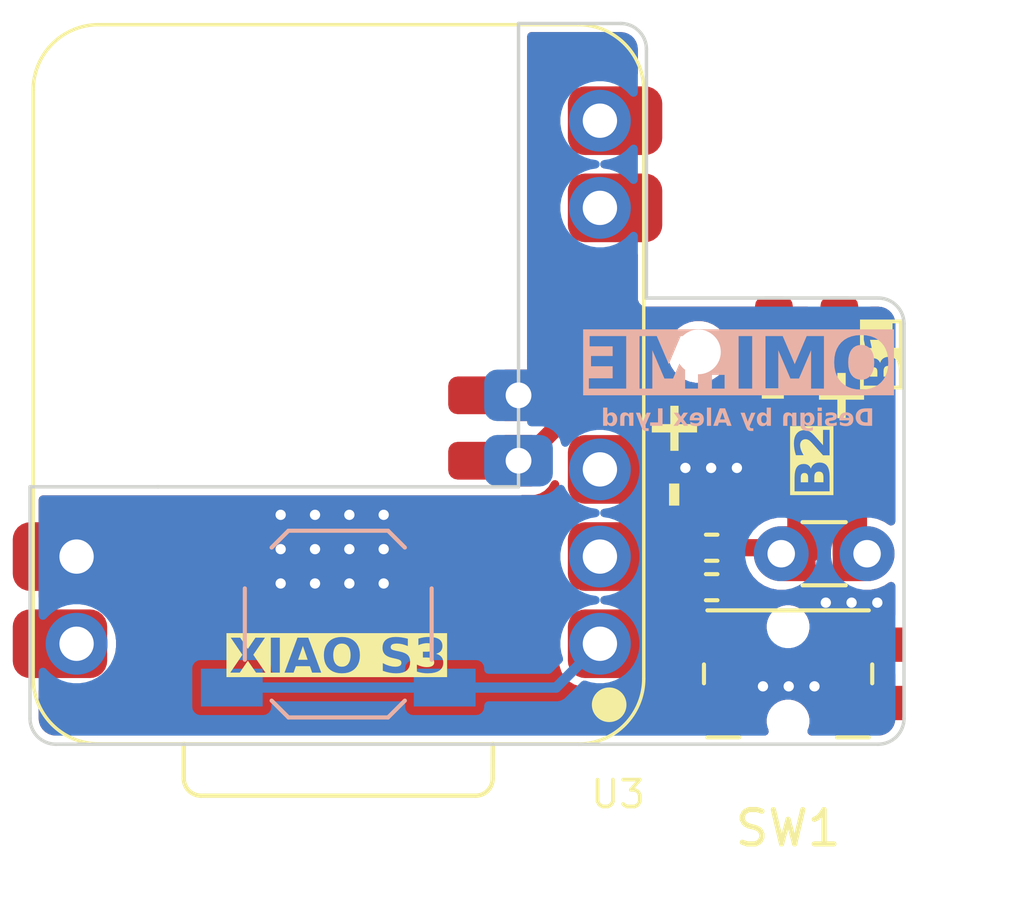
<source format=kicad_pcb>
(kicad_pcb (version 20241229) (generator "pcbnew") (generator_version "9.0")
  (layers (0 "F.Cu" signal) (2 "B.Cu" signal) (13 "F.Paste" user) (15 "B.Paste" user) (5 "F.SilkS" user "F.Silkscreen") (7 "B.SilkS" user "B.Silkscreen") (1 "F.Mask" user) (3 "B.Mask" user) (25 "Edge.Cuts" user))
  (net 0 "")
  (net 1 "GND")
  (net 2 "LOAD")
  (net 3 "VCC")
  (net 4 "MON")
  (net 5 "VBAT1")
  (net 6 "POWER")
  (footprint "Button_Switch_SMD:Panasonic_EVQPUL_EVQPUC" (layer "F.Cu") (at 13.1 8.45 180)
    (property "Reference" "SW1" (at 0 -4.5 0) (layer "F.SilkS"))
    (property "Value" "SW_Push")
    (fp_line (start 2.45 0.275) (end 2.45 -0.275) (stroke (width 0.12)) (layer "F.SilkS"))
    (fp_line (start 2.35 1.85) (end -2.35 1.85) (stroke (width 0.12)) (layer "F.SilkS"))
    (fp_line (start 2.35 -1.85) (end 1.425 -1.85) (stroke (width 0.12)) (layer "F.SilkS"))
    (fp_line (start -1.425 -1.85) (end -2.35 -1.85) (stroke (width 0.12)) (layer "F.SilkS"))
    (fp_line (start -2.45 0.275) (end -2.45 -0.275) (stroke (width 0.12)) (layer "F.SilkS"))
    (pad "" np_thru_hole circle (at 0 -1.375) (size 0.75 0.75) (drill 0.75) (layers "*.Cu" "*.Mask"))
    (pad "" np_thru_hole circle (at 0 1.375) (size 0.75 0.75) (drill 0.75) (layers "*.Cu" "*.Mask"))
    (pad "1" smd rect (at -2.625 -0.85) (size 1.55 1) (layers "F.Cu" "F.Mask" "F.Paste") (net 1 "GND"))
    (pad "1" smd rect (at 2.625 -0.85) (size 1.55 1) (layers "F.Cu" "F.Mask" "F.Paste") (net 1 "GND"))
    (pad "2" smd rect (at -2.625 0.85) (size 1.55 1) (layers "F.Cu" "F.Mask" "F.Paste") (net 6 "POWER"))
    (pad "2" smd rect (at 2.625 0.85) (size 1.55 1) (layers "F.Cu" "F.Mask" "F.Paste") (net 6 "POWER"))
  )
  (footprint "Mounting_Wuerth:Mounting_Wuerth_WA-SMSI-M1.6_H1.5mm_9774015633" (layer "F.Cu") (at 10.49 -0.93)
    (property "Reference" "REF**" (hide yes))
    (property "Value" "Mounting_Wuerth_WA-SMSI-M1.6_H1.5mm_9774015633" (hide yes))
    (pad "" np_thru_hole circle (at 0 0) (size 1.3 1.3) (drill 1.3) (layers "*.Cu" "*.Mask"))
  )
  (footprint "Capacitor_THT:C_Disc_D3.0mm_W1.6mm_P2.50mm" (layer "F.Cu") (at 15.4 4.95 180)
    (property "Reference" "TH1" (hide yes))
    (property "Value" "Thermistor_NTC")
    (fp_line (start 0.621 0.92) (end 1.879 0.92) (stroke (width 0.12)) (layer "F.SilkS"))
    (fp_line (start 0.621 -0.92) (end 1.879 -0.92) (stroke (width 0.12)) (layer "F.SilkS"))
    (pad "1" thru_hole circle (at 0 0 180) (size 1.6 1.6) (drill 0.8) (layers "*.Cu" "*.Mask") (net 5 "VBAT1"))
    (pad "1" smd rect (at 0.5 0 270) (size 1.6 1) (layers "F.Cu" "F.Mask") (net 5 "VBAT1"))
    (pad "2" smd rect (at 2 0 270) (size 1.6 1) (layers "F.Cu" "F.Mask") (net 2 "LOAD"))
    (pad "2" thru_hole circle (at 2.5 0 180) (size 1.6 1.6) (drill 0.8) (layers "*.Cu" "*.Mask") (net 2 "LOAD"))
  )
  (footprint "Connector_JST:JST_PH_S2B-PH-SM4-TB_1x02-1MP_P2.00mm_Horizontal" (layer "F.Cu") (at 11.625 2.275 90)
    (property "Reference" "J2" (hide yes))
    (property "Value" "Conn_01x02")
    (pad "1" smd roundrect (at -0.9525 0 90) (size 1.1 2.5) (layers "F.Cu" "F.Mask") (net 1 "GND") (thermal_bridge_width 5))
    (pad "2" smd roundrect (at 0.9525 0 90) (size 1.1 2.5) (layers "F.Cu" "F.Mask") (net 2 "LOAD"))
  )
  (footprint "Connector_JST:JST_PH_S2B-PH-SM4-TB_1x02-1MP_P2.00mm_Horizontal" (layer "F.Cu") (at 13.6398 -1.3)
    (property "Reference" "J1" (hide yes))
    (property "Value" "Conn_01x02")
    (pad "1" smd roundrect (at -0.9525 0) (size 1.1 2.5) (layers "F.Cu" "F.Mask") (net 1 "GND") (thermal_bridge_width 5))
    (pad "2" smd roundrect (at 0.9525 0) (size 1.1 2.5) (layers "F.Cu" "F.Mask") (net 5 "VBAT1"))
  )
  (footprint "Resistor_SMD:R_0402_1005Metric_Pad0.72x0.64mm_HandSolder" (layer "F.Cu") (at 10.875 4.775 180)
    (property "Reference" "R1" (hide yes))
    (property "Value" "R_Small_US")
    (fp_line (start -0.167621 0.38) (end 0.167621 0.38) (stroke (width 0.12)) (layer "F.SilkS"))
    (fp_line (start -0.167621 -0.38) (end 0.167621 -0.38) (stroke (width 0.12)) (layer "F.SilkS"))
    (pad "1" smd roundrect (at -0.5975 0 180) (size 0.715 0.64) (layers "F.Cu" "F.Mask" "F.Paste") (net 2 "LOAD"))
    (pad "2" smd roundrect (at 0.5975 0 180) (size 0.715 0.64) (layers "F.Cu" "F.Mask" "F.Paste") (net 4 "MON"))
  )
  (footprint "LyndLabs:XIAO-ESP32S3-SMD" (layer "F.Cu") (at 0 0 180)
    (property "Reference" "U3" (at -9 -11.5 0) (layer "F.SilkS") (effects (font (size 0.78232 0.78232) (thickness 0.10668)) (justify right top)))
    (property "Value" "~")
    (fp_line (start 8.883636 8.56) (end 8.883636 -8.585) (stroke (width 0.1)) (layer "F.SilkS"))
    (fp_line (start 6.978636 -10.49) (end -6.991364 -10.49) (stroke (width 0.1)) (layer "F.SilkS"))
    (fp_line (start 4.497636 -11.5) (end 4.497636 -10.49) (stroke (width 0.127)) (layer "F.SilkS"))
    (fp_line (start -3.997636 -12) (end 3.997636 -12) (stroke (width 0.127)) (layer "F.SilkS"))
    (fp_line (start -4.501364 -10.49) (end -4.497636 -11.500272) (stroke (width 0.127)) (layer "F.SilkS"))
    (fp_line (start -6.991364 10.465) (end 6.978636 10.465) (stroke (width 0.1)) (layer "F.SilkS"))
    (fp_line (start -8.896364 8.56) (end -8.896364 -8.585) (stroke (width 0.1)) (layer "F.SilkS"))
    (fp_arc (start 8.883636 8.56) (mid 8.325674 9.907038) (end 6.978636 10.465) (stroke (width 0.1)) (layer "F.SilkS"))
    (fp_arc (start 6.978636 -10.49) (mid 8.325674 -9.932038) (end 8.883636 -8.585) (stroke (width 0.1)) (layer "F.SilkS"))
    (fp_arc (start 3.997636 -12) (mid 4.351189 -11.853553) (end 4.497636 -11.5) (stroke (width 0.127)) (layer "F.SilkS"))
    (fp_arc (start -4.497636 -11.500272) (mid -4.351088 -11.853644) (end -3.997636 -12) (stroke (width 0.127)) (layer "F.SilkS"))
    (fp_arc (start -6.991364 10.465) (mid -8.338402 9.907038) (end -8.896364 8.56) (stroke (width 0.1)) (layer "F.SilkS"))
    (fp_arc (start -8.896364 -8.589) (mid -8.338402 -9.936038) (end -6.991364 -10.494) (stroke (width 0.1)) (layer "F.SilkS"))
    (fp_circle (center -7.889364 -9.351) (end -7.889364 -9.605) (stroke (width 0.5)) (fill yes) (layer "F.SilkS"))
    (pad "1" smd roundrect (at -8.061364 -7.573 180) (size 2.75 2) (layers "F.Cu" "F.Mask" "F.Paste") (net 6 "POWER"))
    (pad "1" thru_hole circle (at -7.62 -7.573 180) (size 1.8 1.8) (drill 1) (layers "*.Cu" "*.Mask") (net 6 "POWER"))
    (pad "2" smd roundrect (at -8.061364 -5.033 180) (size 2.75 2) (layers "F.Cu" "F.Mask" "F.Paste") (net 4 "MON"))
    (pad "2" thru_hole circle (at -7.62 -5.033 180) (size 1.8 1.8) (drill 1) (layers "*.Cu" "*.Mask") (net 4 "MON"))
    (pad "3" smd roundrect (at -8.061364 -2.493 180) (size 2.75 2) (layers "F.Cu" "F.Mask" "F.Paste"))
    (pad "3" thru_hole circle (at -7.62 -2.493 180) (size 1.8 1.8) (drill 1) (layers "*.Cu" "*.Mask"))
    (pad "6" smd roundrect (at -8.061364 5.127 180) (size 2.75 2) (layers "F.Cu" "F.Mask" "F.Paste"))
    (pad "6" thru_hole circle (at -7.62 5.127 180) (size 1.8 1.8) (drill 1) (layers "*.Cu" "*.Mask"))
    (pad "7" smd roundrect (at -8.061364 7.667 180) (size 2.75 2) (layers "F.Cu" "F.Mask" "F.Paste"))
    (pad "7" thru_hole circle (at -7.62 7.667 180) (size 1.8 1.8) (drill 1) (layers "*.Cu" "*.Mask"))
    (pad "13" thru_hole circle (at 7.62 -5.033 180) (size 1.8 1.8) (drill 1) (layers "*.Cu" "*.Mask") (net 1 "GND"))
    (pad "13" smd roundrect (at 8.103636 -5.033 180) (size 2.75 2) (layers "F.Cu" "F.Mask" "F.Paste") (net 1 "GND") (thermal_bridge_width 5))
    (pad "14" thru_hole circle (at 7.62 -7.573 180) (size 1.8 1.8) (drill 1) (layers "*.Cu" "*.Mask") (net 3 "VCC"))
    (pad "14" smd roundrect (at 8.103636 -7.573 180) (size 2.75 2) (layers "F.Cu" "F.Mask" "F.Paste") (net 3 "VCC"))
    (pad "15" smd roundrect (at -4.451364 -0.335) (size 2.5 1.1) (layers "F.Cu" "F.Mask" "F.Paste"))
    (pad "16" smd roundrect (at -4.451364 -2.24) (size 2.5 1.1) (layers "F.Cu" "F.Mask" "F.Paste") (net 2 "LOAD"))
  )
  (footprint "Resistor_SMD:R_0402_1005Metric_Pad0.72x0.64mm_HandSolder" (layer "F.Cu") (at 10.875 5.925)
    (property "Reference" "R2" (hide yes))
    (property "Value" "R_Small_US")
    (fp_line (start -0.167621 -0.38) (end 0.167621 -0.38) (stroke (width 0.12)) (layer "F.SilkS"))
    (fp_line (start -0.167621 0.38) (end 0.167621 0.38) (stroke (width 0.12)) (layer "F.SilkS"))
    (pad "1" smd roundrect (at -0.5975 0) (size 0.715 0.64) (layers "F.Cu" "F.Mask" "F.Paste") (net 4 "MON"))
    (pad "2" smd roundrect (at 0.5975 0) (size 0.715 0.64) (layers "F.Cu" "F.Mask" "F.Paste") (net 1 "GND"))
  )
  (footprint "Button_Switch_SMD:SW_SPST_SKQG_WithStem" (layer "B.Cu") (at 0 7 180)
    (property "Reference" "SW1" (hide yes))
    (property "Value" "SW_Push")
    (fp_line (start 2.72 -1.04) (end 2.72 1.04) (stroke (width 0.12)) (layer "B.SilkS"))
    (fp_line (start 1.45 2.72) (end 1.94 2.23) (stroke (width 0.12)) (layer "B.SilkS"))
    (fp_line (start 1.45 -2.72) (end 1.94 -2.23) (stroke (width 0.12)) (layer "B.SilkS"))
    (fp_line (start -1.45 2.72) (end 1.45 2.72) (stroke (width 0.12)) (layer "B.SilkS"))
    (fp_line (start -1.45 2.72) (end -1.94 2.23) (stroke (width 0.12)) (layer "B.SilkS"))
    (fp_line (start -1.45 -2.72) (end 1.45 -2.72) (stroke (width 0.12)) (layer "B.SilkS"))
    (fp_line (start -1.45 -2.72) (end -1.94 -2.23) (stroke (width 0.12)) (layer "B.SilkS"))
    (fp_line (start -2.72 -1.04) (end -2.72 1.04) (stroke (width 0.12)) (layer "B.SilkS"))
    (pad "1" smd rect (at -3.1 1.85 180) (size 1.8 1.1) (layers "B.Cu" "B.Mask" "B.Paste") (net 1 "GND"))
    (pad "1" smd rect (at 3.1 1.85 180) (size 1.8 1.1) (layers "B.Cu" "B.Mask" "B.Paste") (net 1 "GND"))
    (pad "2" smd rect (at -3.1 -1.85 180) (size 1.8 1.1) (layers "B.Cu" "B.Mask" "B.Paste") (net 6 "POWER"))
    (pad "2" smd rect (at 3.1 -1.85 180) (size 1.8 1.1) (layers "B.Cu" "B.Mask" "B.Paste") (net 6 "POWER"))
  )
  (footprint "Connector_JST:JST_PH_S2B-PH-SM4-TB_1x02-1MP_P2.00mm_Horizontal" (layer "B.Cu") (at 5.25 1.2 -90)
    (property "Reference" "J2" (hide yes))
    (property "Value" "Conn_01x02")
    (pad "1" thru_hole roundrect (at -0.865 0 270) (size 1.5 1.5) (drill 0.75) (layers "*.Cu" "*.Mask") (net 1 "GND") (thermal_bridge_width 5) (padstack (mode custom) (layer "B.Cu" (shape roundrect) (size 1.5 2) (thermal_bridge_width 10))))
    (pad "2" thru_hole roundrect (at 1.04 0 270) (size 1.5 1.5) (drill 0.75) (layers "*.Cu" "*.Mask") (net 2 "LOAD") (padstack (mode custom) (layer "B.Cu" (shape roundrect) (size 1.5 2))))
  )
  (gr_line (start -8.975 3) (end -5.25 3) (stroke (width 0.1)) (layer "Edge.Cuts"))
  (gr_arc (start 15.725 -2.5) (mid 16.25533 -2.28033) (end 16.475 -1.75) (stroke (width 0.1)) (layer "Edge.Cuts"))
  (gr_line (start 5.25 3) (end 5.25 -10.5) (stroke (width 0.1)) (layer "Edge.Cuts"))
  (gr_arc (start 8.225 -10.5) (mid 8.75533 -10.28033) (end 8.975 -9.75) (stroke (width 0.1)) (layer "Edge.Cuts"))
  (gr_line (start 5.25 -10.5) (end 8.225 -10.5) (stroke (width 0.1)) (layer "Edge.Cuts"))
  (gr_arc (start 16.475 9.75) (mid 16.25533 10.28033) (end 15.725 10.5) (stroke (width 0.1)) (layer "Edge.Cuts"))
  (gr_line (start -5.25 3) (end 5.25 3) (stroke (width 0.1)) (layer "Edge.Cuts"))
  (gr_line (start 8.975 -2.5) (end 15.725 -2.5) (stroke (width 0.1)) (layer "Edge.Cuts"))
  (gr_line (start -8.225 10.5) (end 15.725 10.5) (stroke (width 0.1)) (layer "Edge.Cuts"))
  (gr_line (start 8.975 -9.75) (end 8.975 -2.5) (stroke (width 0.1)) (layer "Edge.Cuts"))
  (gr_line (start 16.475 -1.75) (end 16.475 9.75) (stroke (width 0.1)) (layer "Edge.Cuts"))
  (gr_arc (start -8.225 10.5) (mid -8.75533 10.28033) (end -8.975 9.75) (stroke (width 0.1)) (layer "Edge.Cuts"))
  (gr_line (start -8.975 9.75) (end -8.975 3) (stroke (width 0.1)) (layer "Edge.Cuts"))
  (gr_text "B1" (at 15.91 -1.86 90) (layer "F.SilkS" knockout) (effects (font (size 1 1) (thickness 0.1) (bold yes)) (justify right)))
  (gr_text "-" (at 12.6558 0.3048 180) (layer "F.SilkS") (effects (font (size 1.5 1.5) (thickness 0.3) (bold yes))))
  (gr_text "+" (at 14.6558 0.3048 180) (layer "F.SilkS") (effects (font (size 1.5 1.5) (thickness 0.3) (bold yes))))
  (gr_text "XIAO S3" (at 0 8 0) (layer "F.SilkS" knockout) (effects (font (size 1 1) (thickness 0.1) (bold yes))))
  (gr_text "+" (at 9.7536 1.2954 270) (layer "F.SilkS") (effects (font (size 1.5 1.5) (thickness 0.3) (bold yes))))
  (gr_text "-" (at 9.8044 3.2258 270) (layer "F.SilkS") (effects (font (size 1.5 1.5) (thickness 0.3) (bold yes))))
  (gr_text "B2" (at 13.8938 1.2192 90) (layer "F.SilkS" knockout) (effects (font (size 1 1) (thickness 0.1) (bold yes)) (justify right)))
  (gr_text "Design by Alex Lynd" (at 11.6332 1.016 0) (layer "B.SilkS") (effects (font (size 0.5 0.5) (thickness 0.1) (bold yes)) (justify mirror)))
  (gr_text "OMI.ME" (at 11.6332 -0.484 0) (layer "B.SilkS" knockout) (effects (font (size 1.5 1.5) (thickness 0.1) (bold yes)) (justify mirror)))
  (segment (start 10.875 9.3) (end 11.101 9.074) (width 0.25) (layer "F.Cu") (net 1))
  (segment (start 15.899 9.074) (end 16.125 9.3) (width 0.25) (layer "F.Cu") (net 1))
  (via (at -0.6764 3.8166) (size 0.6) (drill 0.3) (layers "F.Cu" "B.Cu") (net 1))
  (via (at 1.3236 5.8166) (size 0.6) (drill 0.3) (layers "F.Cu" "B.Cu") (net 1))
  (via (at -1.6764 5.8166) (size 0.6) (drill 0.3) (layers "F.Cu" "B.Cu") (net 1))
  (via (at 10.1092 2.45) (size 0.6) (drill 0.3) (layers "F.Cu" "B.Cu") (net 1))
  (via (at 13.1184 8.8138) (size 0.6) (drill 0.3) (layers "F.Cu" "B.Cu") (net 1))
  (via (at 1.3236 4.8166) (size 0.6) (drill 0.3) (layers "F.Cu" "B.Cu") (net 1))
  (via (at 14.1986 6.3754) (size 0.6) (drill 0.3) (layers "F.Cu" "B.Cu") (net 1))
  (via (at 1.3236 3.8166) (size 0.6) (drill 0.3) (layers "F.Cu" "B.Cu") (net 1))
  (via (at -1.6764 4.8166) (size 0.6) (drill 0.3) (layers "F.Cu" "B.Cu") (net 1))
  (via (at 0.3236 4.8166) (size 0.6) (drill 0.3) (layers "F.Cu" "B.Cu") (net 1))
  (via (at 15.6986 6.3754) (size 0.6) (drill 0.3) (layers "F.Cu" "B.Cu") (net 1))
  (via (at -0.6764 5.8166) (size 0.6) (drill 0.3) (layers "F.Cu" "B.Cu") (net 1))
  (via (at -1.6764 3.8166) (size 0.6) (drill 0.3) (layers "F.Cu" "B.Cu") (net 1))
  (via (at 12.3684 8.8138) (size 0.6) (drill 0.3) (layers "F.Cu" "B.Cu") (net 1))
  (via (at -0.6764 4.8166) (size 0.6) (drill 0.3) (layers "F.Cu" "B.Cu") (net 1))
  (via (at 11.6092 2.45) (size 0.6) (drill 0.3) (layers "F.Cu" "B.Cu") (net 1))
  (via (at 10.8592 2.45) (size 0.6) (drill 0.3) (layers "F.Cu" "B.Cu") (net 1))
  (via (at 0.3236 5.8166) (size 0.6) (drill 0.3) (layers "F.Cu" "B.Cu") (net 1))
  (via (at 13.8684 8.8138) (size 0.6) (drill 0.3) (layers "F.Cu" "B.Cu") (net 1))
  (via (at 14.9486 6.3754) (size 0.6) (drill 0.3) (layers "F.Cu" "B.Cu") (net 1))
  (via (at 0.3236 3.8166) (size 0.6) (drill 0.3) (layers "F.Cu" "B.Cu") (net 1))
  (segment (start 5.751 -0.7698) (end 5.751 0.335) (width 0.5) (layer "B.Cu") (net 1))
  (segment (start 5.969 -0.9878) (end 5.751 -0.7698) (width 0.5) (layer "B.Cu") (net 1))
  (segment (start 11.192125 0.889625) (end 11.625 1.3225) (width 0.5) (layer "F.Cu") (net 2))
  (segment (start 6.727813 0.889625) (end 11.192125 0.889625) (width 0.5) (layer "F.Cu") (net 2))
  (segment (start 12.875 1.3225) (end 13.576 2.0235) (width 1) (layer "F.Cu") (net 2))
  (segment (start 11.625 1.3225) (end 12.875 1.3225) (width 1) (layer "F.Cu") (net 2))
  (segment (start 5.6388 2.0066) (end 5.6388 1.978638) (width 0.5) (layer "F.Cu") (net 2))
  (segment (start 13.576 2.0235) (end 13.576 4.774) (width 1) (layer "F.Cu") (net 2))
  (segment (start 13.576 4.774) (end 13.4 4.95) (width 1) (layer "F.Cu") (net 2))
  (segment (start 12.725 4.775) (end 12.9 4.95) (width 0.5) (layer "F.Cu") (net 2))
  (segment (start 11.4725 4.775) (end 12.725 4.775) (width 0.5) (layer "F.Cu") (net 2))
  (segment (start 5.6388 1.978638) (end 6.727813 0.889625) (width 0.5) (layer "F.Cu") (net 2))
  (segment (start 10.2775 5.925) (end 10.2775 4.775) (width 0.65) (layer "F.Cu") (net 4))
  (segment (start 10.0195 5.033) (end 10.2775 4.775) (width 0.65) (layer "F.Cu") (net 4))
  (segment (start 8.061364 5.033) (end 10.0195 5.033) (width 0.65) (layer "F.Cu") (net 4))
  (segment (start 14.5923 -1.3) (end 14.9 -0.9923) (width 1) (layer "F.Cu") (net 5))
  (segment (start 14.9 -0.9923) (end 14.9 4.95) (width 1) (layer "F.Cu") (net 5))
  (segment (start 10.826 7.951) (end 10.475 7.6) (width 0.5) (layer "F.Cu") (net 6))
  (segment (start 15.374 7.951) (end 10.826 7.951) (width 0.5) (layer "F.Cu") (net 6))
  (segment (start 10.475 7.6) (end 8.088364 7.6) (width 1) (layer "F.Cu") (net 6))
  (segment (start 8.088364 7.6) (end 8.061364 7.573) (width 1) (layer "F.Cu") (net 6))
  (segment (start 15.725 7.6) (end 15.374 7.951) (width 0.5) (layer "F.Cu") (net 6))
  (segment (start 6.343 8.85) (end 7.62 7.573) (width 0.3) (layer "B.Cu") (net 6))
  (segment (start 3.1 8.85) (end 6.343 8.85) (width 0.3) (layer "B.Cu") (net 6))
  (segment (start -3.1 8.85) (end 3.1 8.85) (width 0.3) (layer "B.Cu") (net 6))
  (zone (net 1) (net_name "GND") (layers "F.Cu" "B.Cu") (connect_pads yes (clearance 0.25)) (min_thickness 0.25) (fill yes (thermal_gap 0.25) (thermal_bridge_width 0.25) (island_removal_mode 1) (island_area_min 10))
    (polygon (pts (xy -9.8498 -11.183711) (xy 17.786415 -11.117754) (xy 17.836379 11.026289) (xy -9.7998 11.026289)))
  )
)
</source>
